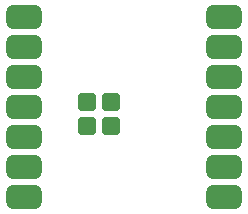
<source format=gbr>
%TF.GenerationSoftware,KiCad,Pcbnew,9.0.0*%
%TF.CreationDate,2025-05-16T16:34:18-03:00*%
%TF.ProjectId,V1A,5631412e-6b69-4636-9164-5f7063625858,rev?*%
%TF.SameCoordinates,Original*%
%TF.FileFunction,Paste,Bot*%
%TF.FilePolarity,Positive*%
%FSLAX46Y46*%
G04 Gerber Fmt 4.6, Leading zero omitted, Abs format (unit mm)*
G04 Created by KiCad (PCBNEW 9.0.0) date 2025-05-16 16:34:18*
%MOMM*%
%LPD*%
G01*
G04 APERTURE LIST*
G04 Aperture macros list*
%AMRoundRect*
0 Rectangle with rounded corners*
0 $1 Rounding radius*
0 $2 $3 $4 $5 $6 $7 $8 $9 X,Y pos of 4 corners*
0 Add a 4 corners polygon primitive as box body*
4,1,4,$2,$3,$4,$5,$6,$7,$8,$9,$2,$3,0*
0 Add four circle primitives for the rounded corners*
1,1,$1+$1,$2,$3*
1,1,$1+$1,$4,$5*
1,1,$1+$1,$6,$7*
1,1,$1+$1,$8,$9*
0 Add four rect primitives between the rounded corners*
20,1,$1+$1,$2,$3,$4,$5,0*
20,1,$1+$1,$4,$5,$6,$7,0*
20,1,$1+$1,$6,$7,$8,$9,0*
20,1,$1+$1,$8,$9,$2,$3,0*%
G04 Aperture macros list end*
%ADD10RoundRect,0.250000X0.500000X0.500000X-0.500000X0.500000X-0.500000X-0.500000X0.500000X-0.500000X0*%
%ADD11RoundRect,0.500000X1.000000X0.500000X-1.000000X0.500000X-1.000000X-0.500000X1.000000X-0.500000X0*%
G04 APERTURE END LIST*
D10*
%TO.C,ESP32 C3 Seed*%
X154085800Y-108010200D03*
X154085800Y-106010200D03*
X152085800Y-108010200D03*
X152085800Y-106010200D03*
D11*
X163685800Y-98790200D03*
X163685800Y-101330200D03*
X163685800Y-103870200D03*
X163685800Y-106410200D03*
X163685800Y-108950200D03*
X163685800Y-111490200D03*
X163685800Y-114030200D03*
X146685800Y-114030200D03*
X146685800Y-111490200D03*
X146685800Y-108950200D03*
X146685800Y-106410200D03*
X146685800Y-103870200D03*
X146685800Y-101330200D03*
X146685800Y-98790200D03*
%TD*%
M02*

</source>
